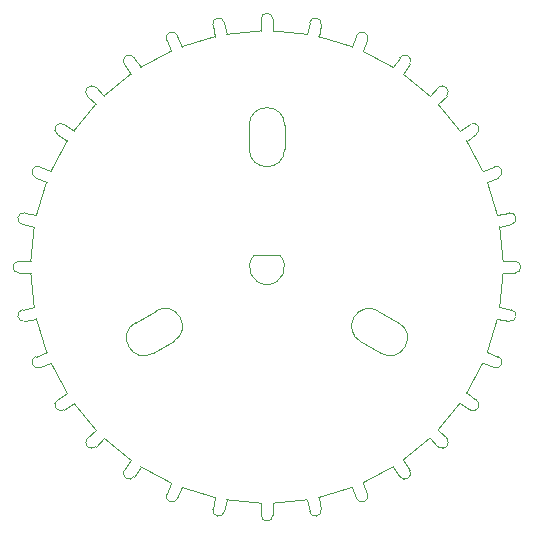
<source format=gbr>
G04 #@! TF.GenerationSoftware,KiCad,Pcbnew,(6.0.1-0)*
G04 #@! TF.CreationDate,2022-12-09T09:23:44-05:00*
G04 #@! TF.ProjectId,indexingWheel,696e6465-7869-46e6-9757-6865656c2e6b,rev?*
G04 #@! TF.SameCoordinates,Original*
G04 #@! TF.FileFunction,Profile,NP*
%FSLAX46Y46*%
G04 Gerber Fmt 4.6, Leading zero omitted, Abs format (unit mm)*
G04 Created by KiCad (PCBNEW (6.0.1-0)) date 2022-12-09 09:23:44*
%MOMM*%
%LPD*%
G01*
G04 APERTURE LIST*
G04 #@! TA.AperFunction,Profile*
%ADD10C,0.050000*%
G04 #@! TD*
G04 APERTURE END LIST*
D10*
X142311014Y-74337142D02*
X141926014Y-73407142D01*
X159141543Y-100300889D02*
G75*
G03*
X160640000Y-97700000I748457J1300889D01*
G01*
X138808014Y-109902142D02*
G75*
G03*
X141387023Y-111280619I10691956J16901920D01*
G01*
X133154014Y-81476142D02*
X132317014Y-80917142D01*
X129988014Y-88609142D02*
X129001014Y-88413142D01*
X169012014Y-97391142D02*
X169999014Y-97587142D01*
X165846014Y-81476142D02*
G75*
G03*
X163990808Y-79215688I-16346078J-11524066D01*
G01*
X135009014Y-79216142D02*
X134297014Y-78504142D01*
X169207014Y-96410142D02*
X170194014Y-96607142D01*
X150000014Y-112994142D02*
G75*
G03*
X152910275Y-112707505I-500014J19994142D01*
G01*
X138808014Y-109902142D02*
X138249014Y-110739142D01*
X160192014Y-76098142D02*
X160751014Y-75261142D01*
X135004014Y-77797142D02*
G75*
G03*
X134298014Y-78505142I-353000J-354000D01*
G01*
X150000014Y-112994142D02*
X150000014Y-114000142D01*
X167780014Y-84887142D02*
X168710014Y-84502142D01*
X161583014Y-75817142D02*
G75*
G03*
X160751014Y-75261142I-416000J278000D01*
G01*
X146090014Y-112707142D02*
G75*
G03*
X149000219Y-112993745I3410012J19707108D01*
G01*
X128806014Y-96607142D02*
G75*
G03*
X129002014Y-97587142I98000J-490000D01*
G01*
X161024014Y-109346142D02*
X161583014Y-110183142D01*
X161024014Y-76654142D02*
X161583014Y-75817142D01*
X137976014Y-76654142D02*
X137417014Y-75817142D01*
X149000014Y-73006142D02*
X149000014Y-72000142D01*
X163996014Y-108203142D02*
G75*
G03*
X164702014Y-107495142I353000J354000D01*
G01*
X165846014Y-104524142D02*
X166683014Y-105083142D01*
X135009014Y-79216142D02*
G75*
G03*
X133153876Y-81476622I14490921J-13783936D01*
G01*
X135716014Y-78509142D02*
X135004014Y-77797142D01*
X168163014Y-85811142D02*
X169093014Y-85426142D01*
X148000000Y-81000000D02*
X148000000Y-83000000D01*
X149000014Y-73006142D02*
G75*
G03*
X146089753Y-73292779I500014J-19994142D01*
G01*
X128500014Y-92500142D02*
G75*
G03*
X128500014Y-93500142I0J-500000D01*
G01*
X157613014Y-111280142D02*
G75*
G03*
X160191954Y-109901668I-8113035J18280063D01*
G01*
X141387014Y-111280142D02*
X141002014Y-112210142D01*
X145893014Y-72306142D02*
G75*
G03*
X144913014Y-72502142I-490000J-98000D01*
G01*
X167780014Y-101113142D02*
X168710014Y-101498142D01*
X161024014Y-109346142D02*
G75*
G03*
X163284468Y-107490936I-11524066J16346078D01*
G01*
X148000000Y-83000000D02*
G75*
G03*
X151000000Y-83000000I1500000J0D01*
G01*
X129907014Y-100574142D02*
G75*
G03*
X130291014Y-101498142I192000J-462000D01*
G01*
X148400001Y-92000001D02*
X150600000Y-92000000D01*
X166683014Y-105083142D02*
G75*
G03*
X167239014Y-104251142I278000J416000D01*
G01*
X131220014Y-101113142D02*
X130290014Y-101498142D01*
X160192014Y-76098142D02*
G75*
G03*
X157613005Y-74719665I-10691956J-16901920D01*
G01*
X132317014Y-80917142D02*
G75*
G03*
X131761014Y-81749142I-278000J-416000D01*
G01*
X132598014Y-82308142D02*
G75*
G03*
X131219537Y-84887151I16901920J-10691956D01*
G01*
X129793014Y-89590142D02*
G75*
G03*
X129506411Y-92500347I19707108J-3410012D01*
G01*
X163284014Y-78509142D02*
G75*
G03*
X161023534Y-76654004I-13783936J-14490921D01*
G01*
X169093014Y-85426142D02*
G75*
G03*
X168709014Y-84502142I-192000J462000D01*
G01*
X152910014Y-73293142D02*
G75*
G03*
X149999809Y-73006539I-3410012J-19707108D01*
G01*
X169494014Y-92500142D02*
G75*
G03*
X169207377Y-89589881I-19994142J-500014D01*
G01*
X154087014Y-72501142D02*
G75*
G03*
X153107014Y-72307142I-490000J97000D01*
G01*
X129988014Y-97391142D02*
G75*
G03*
X130836900Y-100189523I19512129J4391039D01*
G01*
X141002014Y-112210142D02*
G75*
G03*
X141926014Y-112592142I462000J-191000D01*
G01*
X166402014Y-82308142D02*
X167239014Y-81749142D01*
X153891014Y-73488142D02*
X154087014Y-72501142D01*
X168163014Y-100189142D02*
X169093014Y-100574142D01*
X148400001Y-92000001D02*
G75*
G03*
X150599999Y-92000001I1099999J-999999D01*
G01*
X131220014Y-84887142D02*
X130290014Y-84502142D01*
X153891014Y-112512142D02*
G75*
G03*
X156689395Y-111663256I-4391039J19512129D01*
G01*
X129793014Y-96410142D02*
X128806014Y-96607142D01*
X132598014Y-103692142D02*
X131761014Y-104251142D01*
X146090014Y-73293142D02*
X145893014Y-72306142D01*
X130290014Y-84502142D02*
G75*
G03*
X129908014Y-85426142I-191000J-462000D01*
G01*
X137976014Y-109346142D02*
X137417014Y-110183142D01*
X163991014Y-106784142D02*
G75*
G03*
X165846152Y-104523662I-14490921J13783936D01*
G01*
X165846014Y-81476142D02*
X166683014Y-80917142D01*
X159141543Y-100300889D02*
X157410000Y-99300000D01*
X150000014Y-72000142D02*
G75*
G03*
X149000014Y-72000142I-500000J0D01*
G01*
X164703014Y-78504142D02*
G75*
G03*
X163995014Y-77798142I-354000J353000D01*
G01*
X166402014Y-103692142D02*
X167239014Y-104251142D01*
X160640000Y-97700000D02*
X158911275Y-96700736D01*
X156689014Y-74337142D02*
G75*
G03*
X153890654Y-73488310I-7188986J-18662944D01*
G01*
X135716014Y-107491142D02*
G75*
G03*
X137976494Y-109346280I13783936J14490921D01*
G01*
X169494014Y-92500142D02*
X170500014Y-92500142D01*
X133154014Y-104524142D02*
G75*
G03*
X135009220Y-106784596I16346078J11524066D01*
G01*
X156689014Y-111663142D02*
X157074014Y-112593142D01*
X138358394Y-97700928D02*
X140080000Y-96710001D01*
X157613014Y-74720142D02*
X157998014Y-73790142D01*
X160751014Y-110739142D02*
G75*
G03*
X161583014Y-110183142I416000J278000D01*
G01*
X135716014Y-107491142D02*
X135004014Y-108203142D01*
X135009014Y-106784142D02*
X134297014Y-107496142D01*
X133154014Y-104524142D02*
X132317014Y-105083142D01*
X149000014Y-114000142D02*
G75*
G03*
X150000014Y-114000142I500000J0D01*
G01*
X153891014Y-112512142D02*
X154087014Y-113499142D01*
X132598014Y-82308142D02*
X131761014Y-81749142D01*
X152910014Y-73293142D02*
X153107014Y-72306142D01*
X129506014Y-93500142D02*
X128500014Y-93500142D01*
X163284014Y-107491142D02*
X163996014Y-108203142D01*
X141387014Y-74720142D02*
X141002014Y-73790142D01*
X163991014Y-106784142D02*
X164703014Y-107496142D01*
X167780014Y-84887142D02*
G75*
G03*
X166401540Y-82308202I-18280063J-8113035D01*
G01*
X129506014Y-93500142D02*
G75*
G03*
X129792651Y-96410403I19994142J500014D01*
G01*
X158911275Y-96700736D02*
G75*
G03*
X157410000Y-99300000I-751275J-1299264D01*
G01*
X131761014Y-104251142D02*
G75*
G03*
X132317014Y-105083142I278000J-416000D01*
G01*
X130837014Y-85811142D02*
X129907014Y-85426142D01*
X144913014Y-113499142D02*
G75*
G03*
X145893014Y-113693142I490000J-97000D01*
G01*
X157998014Y-73790142D02*
G75*
G03*
X157074014Y-73408142I-462000J191000D01*
G01*
X169207014Y-96410142D02*
G75*
G03*
X169493617Y-93499937I-19707108J3410012D01*
G01*
X169207014Y-89590142D02*
X170194014Y-89393142D01*
X129001014Y-88413142D02*
G75*
G03*
X128807014Y-89393142I-97000J-490000D01*
G01*
X170500014Y-93500142D02*
G75*
G03*
X170500014Y-92500142I0J500000D01*
G01*
X157613014Y-111280142D02*
X157998014Y-112210142D01*
X134297014Y-107496142D02*
G75*
G03*
X135005014Y-108202142I354000J-353000D01*
G01*
X157074014Y-112593142D02*
G75*
G03*
X157998014Y-112209142I462000J192000D01*
G01*
X141387014Y-74720142D02*
G75*
G03*
X138808074Y-76098616I8113035J-18280063D01*
G01*
X138249014Y-75261142D02*
G75*
G03*
X137417014Y-75817142I-416000J-278000D01*
G01*
X142311014Y-111663142D02*
G75*
G03*
X145109374Y-112511974I7188986J18662944D01*
G01*
X169999014Y-97587142D02*
G75*
G03*
X170193014Y-96607142I97000J490000D01*
G01*
X150000014Y-73006142D02*
X150000014Y-72000142D01*
X141600747Y-99289559D02*
G75*
G03*
X140080000Y-96710001I-760747J1289559D01*
G01*
X163284014Y-78509142D02*
X163996014Y-77797142D01*
X146090014Y-112707142D02*
X145893014Y-113694142D01*
X131220014Y-101113142D02*
G75*
G03*
X132598488Y-103692082I18280063J8113035D01*
G01*
X137976014Y-76654142D02*
G75*
G03*
X135715560Y-78509348I11524066J-16346078D01*
G01*
X138358394Y-97700928D02*
G75*
G03*
X139860000Y-100300000I751606J-1299072D01*
G01*
X142311014Y-111663142D02*
X141926014Y-112593142D01*
X156689014Y-74337142D02*
X157074014Y-73407142D01*
X137417014Y-110183142D02*
G75*
G03*
X138249014Y-110739142I416000J-278000D01*
G01*
X129793014Y-89590142D02*
X128806014Y-89393142D01*
X167239014Y-81749142D02*
G75*
G03*
X166683014Y-80917142I-278000J416000D01*
G01*
X169012014Y-88609142D02*
X169999014Y-88413142D01*
X145109014Y-73488142D02*
X144913014Y-72501142D01*
X129506014Y-92500142D02*
X128500014Y-92500142D01*
X151000000Y-81000000D02*
X151000000Y-83000000D01*
X151000000Y-81000000D02*
G75*
G03*
X148000000Y-81000000I-1500000J0D01*
G01*
X160192014Y-109902142D02*
X160751014Y-110739142D01*
X152910014Y-112707142D02*
X153107014Y-113694142D01*
X166402014Y-103692142D02*
G75*
G03*
X167780491Y-101113133I-16901920J10691956D01*
G01*
X139860000Y-100300000D02*
X141600747Y-99289559D01*
X168163014Y-100189142D02*
G75*
G03*
X169011846Y-97390782I-18662944J7188986D01*
G01*
X153107014Y-113694142D02*
G75*
G03*
X154087014Y-113498142I490000J98000D01*
G01*
X130837014Y-85811142D02*
G75*
G03*
X129988182Y-88609502I18662944J-7188986D01*
G01*
X145109014Y-112512142D02*
X144913014Y-113499142D01*
X163991014Y-79216142D02*
X164703014Y-78504142D01*
X141926014Y-73407142D02*
G75*
G03*
X141002014Y-73791142I-462000J-192000D01*
G01*
X149000014Y-112994142D02*
X149000014Y-114000142D01*
X170194014Y-89393142D02*
G75*
G03*
X169998014Y-88413142I-98000J490000D01*
G01*
X169012014Y-88609142D02*
G75*
G03*
X168163128Y-85810761I-19512129J-4391039D01*
G01*
X129988014Y-97391142D02*
X129001014Y-97587142D01*
X145109014Y-73488142D02*
G75*
G03*
X142310633Y-74337028I4391039J-19512129D01*
G01*
X169494014Y-93500142D02*
X170500014Y-93500142D01*
X138808014Y-76098142D02*
X138249014Y-75261142D01*
X130837014Y-100189142D02*
X129907014Y-100574142D01*
X168710014Y-101498142D02*
G75*
G03*
X169092014Y-100574142I191000J462000D01*
G01*
M02*

</source>
